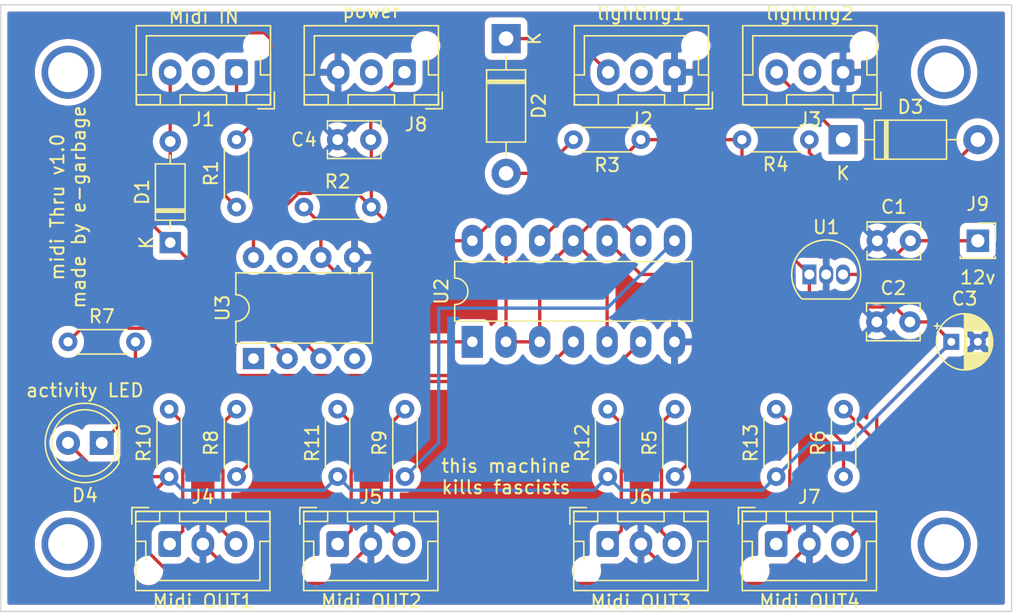
<source format=kicad_pcb>
(kicad_pcb (version 20211014) (generator pcbnew)
  (layers (0 "F.Cu" signal) (31 "B.Cu" signal) (34 "B.Paste" user) (35 "F.Paste" user) (36 "B.SilkS" user "B.Silkscreen") (37 "F.SilkS" user "F.Silkscreen") (38 "B.Mask" user) (39 "F.Mask" user) (44 "Edge.Cuts" user))
  (net 0 "")
  (net 1 "+12V")
  (net 2 "+5V")
  (net 3 "Net-(D1-Pad1)")
  (net 4 "Net-(D1-Pad2)")
  (net 5 "Net-(D2-Pad1)")
  (net 6 "Net-(D2-Pad2)")
  (net 7 "Net-(D3-Pad1)")
  (net 8 "Net-(D3-Pad2)")
  (net 9 "Net-(D4-Pad1)")
  (net 10 "Net-(J1-Pad1)")
  (net 14 "Net-(J4-Pad1)")
  (net 15 "Net-(J4-Pad3)")
  (net 16 "Net-(J5-Pad1)")
  (net 17 "Net-(J5-Pad3)")
  (net 18 "Net-(J6-Pad1)")
  (net 19 "Net-(J6-Pad3)")
  (net 20 "Net-(J7-Pad1)")
  (net 21 "Net-(J7-Pad3)")
  (net 22 "Net-(R2-Pad1)")
  (net 23 "Net-(R5-Pad1)")
  (net 24 "Net-(R6-Pad1)")
  (net 25 "Net-(R7-Pad1)")
  (net 26 "Net-(R8-Pad1)")
  (net 27 "Net-(R9-Pad1)")
  (net 28 "Net-(U2-Pad11)")
  (net 32 "GND")
  (footprint "Connector_JST:JST_XH_B3B-XH-AM_1x03_P2.50mm_Vertical" (layer "F.Cu") (at 208.24 78.74 180)
    (fp_text reference "J8" (at -0.869576 -3.935047) (layer "F.SilkS"))
    (fp_text value "power" (at 2.5 4.6) (layer "F.SilkS"))
    (pad "" np_thru_hole circle (at -1.6 2 180) (size 1.2 1.2) (drill 1.2) (layers *.Cu *.Mask))
    (pad "1" thru_hole roundrect (at 0 0 180) (size 1.7 1.95) (drill 0.95) (layers *.Cu *.Mask) (roundrect_rratio 0.147059) (net 2 "+5V"))
    (pad "2" thru_hole oval (at 2.5 0 180) (size 1.7 1.95) (drill 0.95) (layers *.Cu *.Mask))
    (pad "3" thru_hole oval (at 5 0 180) (size 1.7 1.95) (drill 0.95) (layers *.Cu *.Mask) (net 32 "GND"))
  )
  (footprint "Resistor_THT:R_Axial_DIN0204_L3.6mm_D1.6mm_P5.08mm_Horizontal" (layer "F.Cu") (at 182.88 99.06)
    (fp_text reference "R7" (at 2.54 -1.92) (layer "F.SilkS"))
    (fp_text value "220")
    (pad "1" thru_hole circle (at 0 0) (size 1.4 1.4) (drill 0.7) (layers *.Cu *.Mask) (net 25 "Net-(R7-Pad1)"))
    (pad "2" thru_hole oval (at 5.08 0) (size 1.4 1.4) (drill 0.7) (layers *.Cu *.Mask) (net 9 "Net-(D4-Pad1)"))
  )
  (footprint "LED_THT:LED_D5.0mm" (layer "F.Cu") (at 185.42 106.68 180)
    (fp_text reference "D4" (at 1.27 -3.96) (layer "F.SilkS"))
    (fp_text value "activity LED" (at 1.27 3.96) (layer "F.SilkS"))
    (pad "1" thru_hole rect (at 0 0 180) (size 1.8 1.8) (drill 0.9) (layers *.Cu *.Mask) (net 9 "Net-(D4-Pad1)"))
    (pad "2" thru_hole circle (at 2.54 0 180) (size 1.8 1.8) (drill 0.9) (layers *.Cu *.Mask) (net 2 "+5V"))
  )
  (footprint "Connector_JST:JST_XH_B3B-XH-AM_1x03_P2.50mm_Vertical" (layer "F.Cu") (at 195.58 78.74 180)
    (fp_text reference "J1" (at 2.5 -3.55) (layer "F.SilkS"))
    (fp_text value "Midi IN" (at 2.469611 4.178398) (layer "F.SilkS"))
    (pad "" np_thru_hole circle (at -1.6 2 180) (size 1.2 1.2) (drill 1.2) (layers *.Cu *.Mask))
    (pad "1" thru_hole roundrect (at 0 0 180) (size 1.7 1.95) (drill 0.95) (layers *.Cu *.Mask) (roundrect_rratio 0.147059) (net 10 "Net-(J1-Pad1)"))
    (pad "2" thru_hole oval (at 2.5 0 180) (size 1.7 1.95) (drill 0.95) (layers *.Cu *.Mask))
    (pad "3" thru_hole oval (at 5 0 180) (size 1.7 1.95) (drill 0.95) (layers *.Cu *.Mask) (net 4 "Net-(D1-Pad2)"))
  )
  (footprint "Resistor_THT:R_Axial_DIN0204_L3.6mm_D1.6mm_P5.08mm_Horizontal" (layer "F.Cu") (at 190.5 109.22 90)
    (fp_text reference "R10" (at 2.54 -1.92 90) (layer "F.SilkS"))
    (fp_text value "220")
    (pad "1" thru_hole circle (at 0 0 90) (size 1.4 1.4) (drill 0.7) (layers *.Cu *.Mask) (net 2 "+5V"))
    (pad "2" thru_hole oval (at 5.08 0 90) (size 1.4 1.4) (drill 0.7) (layers *.Cu *.Mask) (net 14 "Net-(J4-Pad1)"))
  )
  (footprint "Connector_JST:JST_XH_B3B-XH-AM_1x03_P2.50mm_Vertical" (layer "F.Cu") (at 228.6 78.74 180)
    (fp_text reference "J2" (at 2.5 -3.55) (layer "F.SilkS"))
    (fp_text value "lighting1" (at 2.548645 4.456403) (layer "F.SilkS"))
    (pad "" np_thru_hole circle (at -1.6 2 180) (size 1.2 1.2) (drill 1.2) (layers *.Cu *.Mask))
    (pad "1" thru_hole roundrect (at 0 0 180) (size 1.7 1.95) (drill 0.95) (layers *.Cu *.Mask) (roundrect_rratio 0.147059) (net 32 "GND"))
    (pad "2" thru_hole oval (at 2.5 0 180) (size 1.7 1.95) (drill 0.95) (layers *.Cu *.Mask))
    (pad "3" thru_hole oval (at 5 0 180) (size 1.7 1.95) (drill 0.95) (layers *.Cu *.Mask) (net 5 "Net-(D2-Pad1)"))
  )
  (footprint "Diode_THT:D_DO-41_SOD81_P10.16mm_Horizontal" (layer "F.Cu") (at 215.9 76.2 -90)
    (fp_text reference "D2" (at 5.08 -2.47 90) (layer "F.SilkS"))
    (fp_text value "1N4004")
    (fp_text user "K" (at 0 -2.1 90) (layer "F.SilkS"))
    (pad "1" thru_hole rect (at 0 0 270) (size 2.2 2.2) (drill 1.1) (layers *.Cu *.Mask) (net 5 "Net-(D2-Pad1)"))
    (pad "2" thru_hole oval (at 10.16 0 270) (size 2.2 2.2) (drill 1.1) (layers *.Cu *.Mask) (net 6 "Net-(D2-Pad2)"))
  )
  (footprint "Capacitor_THT:CP_Radial_D4.0mm_P2.00mm" (layer "F.Cu") (at 249.46 99.06)
    (fp_text reference "C3" (at 1 -3.25) (layer "F.SilkS"))
    (fp_text value "C_Polarized")
    (pad "1" thru_hole rect (at 0 0) (size 1.2 1.2) (drill 0.6) (layers *.Cu *.Mask) (net 2 "+5V"))
    (pad "2" thru_hole circle (at 2 0) (size 1.2 1.2) (drill 0.6) (layers *.Cu *.Mask) (net 32 "GND"))
  )
  (footprint "Capacitor_THT:C_Disc_D3.8mm_W2.6mm_P2.50mm" (layer "F.Cu") (at 203.2 83.82)
    (fp_text reference "C4" (at -2.54 0) (layer "F.SilkS"))
    (fp_text value "100n")
    (pad "1" thru_hole circle (at 0 0) (size 1.6 1.6) (drill 0.8) (layers *.Cu *.Mask) (net 32 "GND"))
    (pad "2" thru_hole circle (at 2.5 0) (size 1.6 1.6) (drill 0.8) (layers *.Cu *.Mask) (net 2 "+5V"))
  )
  (footprint "Resistor_THT:R_Axial_DIN0204_L3.6mm_D1.6mm_P5.08mm_Horizontal" (layer "F.Cu") (at 241.34 109.22 90)
    (fp_text reference "R6" (at 2.54 -1.92 90) (layer "F.SilkS"))
    (fp_text value "220")
    (pad "1" thru_hole circle (at 0 0 90) (size 1.4 1.4) (drill 0.7) (layers *.Cu *.Mask) (net 24 "Net-(R6-Pad1)"))
    (pad "2" thru_hole oval (at 5.08 0 90) (size 1.4 1.4) (drill 0.7) (layers *.Cu *.Mask) (net 21 "Net-(J7-Pad3)"))
  )
  (footprint "Diode_THT:D_DO-41_SOD81_P10.16mm_Horizontal" (layer "F.Cu") (at 241.3 83.82)
    (fp_text reference "D3" (at 5.08 -2.47) (layer "F.SilkS"))
    (fp_text value "1N4004")
    (fp_text user "K" (at 0 2.54) (layer "F.SilkS"))
    (pad "1" thru_hole rect (at 0 0) (size 2.2 2.2) (drill 1.1) (layers *.Cu *.Mask) (net 7 "Net-(D3-Pad1)"))
    (pad "2" thru_hole oval (at 10.16 0) (size 2.2 2.2) (drill 1.1) (layers *.Cu *.Mask) (net 8 "Net-(D3-Pad2)"))
  )
  (footprint "Resistor_THT:R_Axial_DIN0204_L3.6mm_D1.6mm_P5.08mm_Horizontal" (layer "F.Cu") (at 228.64 109.22 90)
    (fp_text reference "R5" (at 2.54 -1.92 90) (layer "F.SilkS"))
    (fp_text value "220")
    (pad "1" thru_hole circle (at 0 0 90) (size 1.4 1.4) (drill 0.7) (layers *.Cu *.Mask) (net 23 "Net-(R5-Pad1)"))
    (pad "2" thru_hole oval (at 5.08 0 90) (size 1.4 1.4) (drill 0.7) (layers *.Cu *.Mask) (net 19 "Net-(J6-Pad3)"))
  )
  (footprint "Capacitor_THT:C_Disc_D3.8mm_W2.6mm_P2.50mm" (layer "F.Cu") (at 243.84 97.56)
    (fp_text reference "C2" (at 1.25 -2.55) (layer "F.SilkS"))
    (fp_text value "100n")
    (pad "1" thru_hole circle (at 0 0) (size 1.6 1.6) (drill 0.8) (layers *.Cu *.Mask) (net 32 "GND"))
    (pad "2" thru_hole circle (at 2.5 0) (size 1.6 1.6) (drill 0.8) (layers *.Cu *.Mask) (net 2 "+5V"))
  )
  (footprint "Resistor_THT:R_Axial_DIN0204_L3.6mm_D1.6mm_P5.08mm_Horizontal" (layer "F.Cu") (at 226.06 83.82 180)
    (fp_text reference "R3" (at 2.54 -1.92) (layer "F.SilkS"))
    (fp_text value "220")
    (pad "1" thru_hole circle (at 0 0 180) (size 1.4 1.4) (drill 0.7) (layers *.Cu *.Mask) (net 2 "+5V"))
    (pad "2" thru_hole oval (at 5.08 0 180) (size 1.4 1.4) (drill 0.7) (layers *.Cu *.Mask) (net 6 "Net-(D2-Pad2)"))
  )
  (footprint "Resistor_THT:R_Axial_DIN0204_L3.6mm_D1.6mm_P5.08mm_Horizontal" (layer "F.Cu") (at 233.68 83.82)
    (fp_text reference "R4" (at 2.54 1.870652) (layer "F.SilkS"))
    (fp_text value "220")
    (pad "1" thru_hole circle (at 0 0) (size 1.4 1.4) (drill 0.7) (layers *.Cu *.Mask) (net 2 "+5V"))
    (pad "2" thru_hole oval (at 5.08 0) (size 1.4 1.4) (drill 0.7) (layers *.Cu *.Mask) (net 8 "Net-(D3-Pad2)"))
  )
  (footprint "Package_TO_SOT_THT:TO-92_Inline" (layer "F.Cu") (at 238.76 93.98)
    (fp_text reference "U1" (at 1.27 -3.56) (layer "F.SilkS"))
    (fp_text value "L78L05_TO92")
    (pad "1" thru_hole rect (at 0 0) (size 1.05 1.5) (drill 0.75) (layers *.Cu *.Mask) (net 2 "+5V"))
    (pad "2" thru_hole oval (at 1.27 0) (size 1.05 1.5) (drill 0.75) (layers *.Cu *.Mask) (net 32 "GND"))
    (pad "3" thru_hole oval (at 2.54 0) (size 1.05 1.5) (drill 0.75) (layers *.Cu *.Mask) (net 1 "+12V"))
  )
  (footprint "Connector_JST:JST_XH_B3B-XH-AM_1x03_P2.50mm_Vertical" (layer "F.Cu") (at 223.56 114.3)
    (fp_text reference "J6" (at 2.5 -3.55) (layer "F.SilkS"))
    (fp_text value "Midi OUT3" (at 2.493839 4.347202) (layer "F.SilkS"))
    (pad "" np_thru_hole circle (at -1.6 2) (size 1.2 1.2) (drill 1.2) (layers *.Cu *.Mask))
    (pad "1" thru_hole roundrect (at 0 0) (size 1.7 1.95) (drill 0.95) (layers *.Cu *.Mask) (roundrect_rratio 0.147059) (net 18 "Net-(J6-Pad1)"))
    (pad "2" thru_hole oval (at 2.5 0) (size 1.7 1.95) (drill 0.95) (layers *.Cu *.Mask) (net 32 "GND"))
    (pad "3" thru_hole oval (at 5 0) (size 1.7 1.95) (drill 0.95) (layers *.Cu *.Mask) (net 19 "Net-(J6-Pad3)"))
  )
  (footprint "Connector_PinSocket_2.54mm:PinSocket_1x01_P2.54mm_Vertical" (layer "F.Cu") (at 251.46 91.44)
    (fp_text reference "J9" (at 0 -2.77) (layer "F.SilkS"))
    (fp_text value "12v" (at 0 2.77) (layer "F.SilkS"))
    (pad "1" thru_hole rect (at 0 0) (size 1.7 1.7) (drill 1) (layers *.Cu *.Mask) (net 1 "+12V"))
  )
  (footprint "Resistor_THT:R_Axial_DIN0204_L3.6mm_D1.6mm_P5.08mm_Horizontal" (layer "F.Cu") (at 208.28 109.22 90)
    (fp_text reference "R9" (at 2.54 -1.92 90) (layer "F.SilkS"))
    (fp_text value "220")
    (pad "1" thru_hole circle (at 0 0 90) (size 1.4 1.4) (drill 0.7) (layers *.Cu *.Mask) (net 27 "Net-(R9-Pad1)"))
    (pad "2" thru_hole oval (at 5.08 0 90) (size 1.4 1.4) (drill 0.7) (layers *.Cu *.Mask) (net 17 "Net-(J5-Pad3)"))
  )
  (footprint "Resistor_THT:R_Axial_DIN0204_L3.6mm_D1.6mm_P5.08mm_Horizontal" (layer "F.Cu") (at 223.56 109.22 90)
    (fp_text reference "R12" (at 2.54 -1.92 90) (layer "F.SilkS"))
    (fp_text value "220")
    (pad "1" thru_hole circle (at 0 0 90) (size 1.4 1.4) (drill 0.7) (layers *.Cu *.Mask) (net 2 "+5V"))
    (pad "2" thru_hole oval (at 5.08 0 90) (size 1.4 1.4) (drill 0.7) (layers *.Cu *.Mask) (net 18 "Net-(J6-Pad1)"))
  )
  (footprint "Connector_JST:JST_XH_B3B-XH-AM_1x03_P2.50mm_Vertical" (layer "F.Cu") (at 203.2 114.3)
    (fp_text reference "J5" (at 2.5 -3.55) (layer "F.SilkS"))
    (fp_text value "Midi OUT2" (at 2.544771 4.313618) (layer "F.SilkS"))
    (pad "" np_thru_hole circle (at -1.6 2) (size 1.2 1.2) (drill 1.2) (layers *.Cu *.Mask))
    (pad "1" thru_hole roundrect (at 0 0) (size 1.7 1.95) (drill 0.95) (layers *.Cu *.Mask) (roundrect_rratio 0.147059) (net 16 "Net-(J5-Pad1)"))
    (pad "2" thru_hole oval (at 2.5 0) (size 1.7 1.95) (drill 0.95) (layers *.Cu *.Mask) (net 32 "GND"))
    (pad "3" thru_hole oval (at 5 0) (size 1.7 1.95) (drill 0.95) (layers *.Cu *.Mask) (net 17 "Net-(J5-Pad3)"))
  )
  (footprint "Resistor_THT:R_Axial_DIN0204_L3.6mm_D1.6mm_P5.08mm_Horizontal" (layer "F.Cu") (at 236.26 109.22 90)
    (fp_text reference "R13" (at 2.54 -1.92 90) (layer "F.SilkS"))
    (fp_text value "220")
    (pad "1" thru_hole circle (at 0 0 90) (size 1.4 1.4) (drill 0.7) (layers *.Cu *.Mask) (net 2 "+5V"))
    (pad "2" thru_hole oval (at 5.08 0 90) (size 1.4 1.4) (drill 0.7) (layers *.Cu *.Mask) (net 20 "Net-(J7-Pad1)"))
  )
  (footprint "Connector_JST:JST_XH_B3B-XH-AM_1x03_P2.50mm_Vertical" (layer "F.Cu") (at 236.26 114.3)
    (fp_text reference "J7" (at 2.5 -3.55) (layer "F.SilkS"))
    (fp_text value "Midi OUT4" (at 2.512223 4.322361) (layer "F.SilkS"))
    (pad "" np_thru_hole circle (at -1.6 2) (size 1.2 1.2) (drill 1.2) (layers *.Cu *.Mask))
    (pad "1" thru_hole roundrect (at 0 0) (size 1.7 1.95) (drill 0.95) (layers *.Cu *.Mask) (roundrect_rratio 0.147059) (net 20 "Net-(J7-Pad1)"))
    (pad "2" thru_hole oval (at 2.5 0) (size 1.7 1.95) (drill 0.95) (layers *.Cu *.Mask) (net 32 "GND"))
    (pad "3" thru_hole oval (at 5 0) (size 1.7 1.95) (drill 0.95) (layers *.Cu *.Mask) (net 21 "Net-(J7-Pad3)"))
  )
  (footprint "Resistor_THT:R_Axial_DIN0204_L3.6mm_D1.6mm_P5.08mm_Horizontal" (layer "F.Cu") (at 195.58 109.22 90)
    (fp_text reference "R8" (at 2.54 -1.92 90) (layer "F.SilkS"))
    (fp_text value "220")
    (pad "1" thru_hole circle (at 0 0 90) (size 1.4 1.4) (drill 0.7) (layers *.Cu *.Mask) (net 26 "Net-(R8-Pad1)"))
    (pad "2" thru_hole oval (at 5.08 0 90) (size 1.4 1.4) (drill 0.7) (layers *.Cu *.Mask) (net 15 "Net-(J4-Pad3)"))
  )
  (footprint "Package_DIP:DIP-8_W7.62mm" (layer "F.Cu") (at 196.86 100.32 90)
    (fp_text reference "U3" (at 3.81 -2.33 90) (layer "F.SilkS"))
    (fp_text value "6N137")
    (pad "1" thru_hole rect (at 0 0 90) (size 1.6 1.6) (drill 0.8) (layers *.Cu *.Mask))
    (pad "2" thru_hole oval (at 0 2.54 90) (size 1.6 1.6) (drill 0.8) (layers *.Cu *.Mask) (net 3 "Net-(D1-Pad1)"))
    (pad "3" thru_hole oval (at 0 5.08 90) (size 1.6 1.6) (drill 0.8) (layers *.Cu *.Mask) (net 4 "Net-(D1-Pad2)"))
    (pad "4" thru_hole oval (at 0 7.62 90) (size 1.6 1.6) (drill 0.8) (layers *.Cu *.Mask))
    (pad "5" thru_hole oval (at 7.62 7.62 90) (size 1.6 1.6) (drill 0.8) (layers *.Cu *.Mask) (net 32 "GND"))
    (pad "6" thru_hole oval (at 7.62 5.08 90) (size 1.6 1.6) (drill 0.8) (layers *.Cu *.Mask) (net 22 "Net-(R2-Pad1)"))
    (pad "7" thru_hole oval (at 7.62 2.54 90) (size 1.6 1.6) (drill 0.8) (layers *.Cu *.Mask))
    (pad "8" thru_hole oval (at 7.62 0 90) (size 1.6 1.6) (drill 0.8) (layers *.Cu *.Mask) (net 2 "+5V"))
  )
  (footprint "Resistor_THT:R_Axial_DIN0204_L3.6mm_D1.6mm_P5.08mm_Horizontal" (layer "F.Cu") (at 200.66 88.9)
    (fp_text reference "R2" (at 2.54 -1.92) (layer "F.SilkS"))
    (fp_text value "820")
    (pad "1" thru_hole circle (at 0 0) (size 1.4 1.4) (drill 0.7) (layers *.Cu *.Mask) (net 22 "Net-(R2-Pad1)"))
    (pad "2" thru_hole oval (at 5.08 0) (size 1.4 1.4) (drill 0.7) (layers *.Cu *.Mask) (net 2 "+5V"))
  )
  (footprint "Connector_JST:JST_XH_B3B-XH-AM_1x03_P2.50mm_Vertical" (layer "F.Cu") (at 190.54 114.3)
    (fp_text reference "J4" (at 2.5 -3.55) (layer "F.SilkS"))
    (fp_text value "Midi OUT1" (at 2.506259 4.313618) (layer "F.SilkS"))
    (pad "" np_thru_hole circle (at -1.6 2) (size 1.2 1.2) (drill 1.2) (layers *.Cu *.Mask))
    (pad "1" thru_hole roundrect (at 0 0) (size 1.7 1.95) (drill 0.95) (layers *.Cu *.Mask) (roundrect_rratio 0.147059) (net 14 "Net-(J4-Pad1)"))
    (pad "2" thru_hole oval (at 2.5 0) (size 1.7 1.95) (drill 0.95) (layers *.Cu *.Mask) (net 32 "GND"))
    (pad "3" thru_hole oval (at 5 0) (size 1.7 1.95) (drill 0.95) (layers *.Cu *.Mask) (net 15 "Net-(J4-Pad3)"))
  )
  (footprint "Package_DIP:DIP-14_W7.62mm_LongPads" (layer "F.Cu") (at 213.355 99.06 90)
    (fp_text reference "U2" (at 3.81 -2.33 90) (layer "F.SilkS"))
    (fp_text value "74HC14")
    (pad "1" thru_hole rect (at 0 0 90) (size 2.4 1.6) (drill 0.8) (layers *.Cu *.Mask) (net 22 "Net-(R2-Pad1)"))
    (pad "2" thru_hole oval (at 0 2.54 90) (size 2.4 1.6) (drill 0.8) (layers *.Cu *.Mask) (net 28 "Net-(U2-Pad11)"))
    (pad "3" thru_hole oval (at 0 5.08 90) (size 2.4 1.6) (drill 0.8) (layers *.Cu *.Mask) (net 28 "Net-(U2-Pad11)"))
    (pad "4" thru_hole oval (at 0 7.62 90) (size 2.4 1.6) (drill 0.8) (layers *.Cu *.Mask) (net 25 "Net-(R7-Pad1)"))
    (pad "5" thru_hole oval (at 0 10.16 90) (size 2.4 1.6) (drill 0.8) (layers *.Cu *.Mask) (net 28 "Net-(U2-Pad11)"))
    (pad "6" thru_hole oval (at 0 12.7 90) (size 2.4 1.6) (drill 0.8) (layers *.Cu *.Mask) (net 26 "Net-(R8-Pad1)"))
    (pad "7" thru_hole oval (at 0 15.24 90) (size 2.4 1.6) (drill 0.8) (layers *.Cu *.Mask) (net 32 "GND"))
    (pad "8" thru_hole oval (at 7.62 15.24 90) (size 2.4 1.6) (drill 0.8) (layers *.Cu *.Mask) (net 27 "Net-(R9-Pad1)"))
    (pad "9" thru_hole oval (at 7.62 12.7 90) (size 2.4 1.6) (drill 0.8) (layers *.Cu *.Mask) (net 28 "Net-(U2-Pad11)"))
    (pad "10" thru_hole oval (at 7.62 10.16 90) (size 2.4 1.6) (drill 0.8) (layers *.Cu *.Mask) (net 23 "Net-(R5-Pad1)"))
    (pad "11" thru_hole oval (at 7.62 7.62 90) (size 2.4 1.6) (drill 0.8) (layers *.Cu *.Mask) (net 28 "Net-(U2-Pad11)"))
    (pad "12" thru_hole oval (at 7.62 5.08 90) (size 2.4 1.6) (drill 0.8) (layers *.Cu *.Mask) (net 24 "Net-(R6-Pad1)"))
    (pad "13" thru_hole oval (at 7.62 2.54 90) (size 2.4 1.6) (drill 0.8) (layers *.Cu *.Mask) (net 28 "Net-(U2-Pad11)"))
    (pad "14" thru_hole oval (at 7.62 0 90) (size 2.4 1.6) (drill 0.8) (layers *.Cu *.Mask) (net 2 "+5V"))
  )
  (footprint "Capacitor_THT:C_Disc_D3.8mm_W2.6mm_P2.50mm" (layer "F.Cu") (at 243.88 91.44)
    (fp_text reference "C1" (at 1.25 -2.55) (layer "F.SilkS"))
    (fp_text value "100n")
    (pad "1" thru_hole circle (at 0 0) (size 1.6 1.6) (drill 0.8) (layers *.Cu *.Mask) (net 32 "GND"))
    (pad "2" thru_hole circle (at 2.5 0) (size 1.6 1.6) (drill 0.8) (layers *.Cu *.Mask) (net 1 "+12V"))
  )
  (footprint "Resistor_THT:R_Axial_DIN0204_L3.6mm_D1.6mm_P5.08mm_Horizontal" (layer "F.Cu") (at 203.2 109.22 90)
    (fp_text reference "R11" (at 2.54 -1.92 90) (layer "F.SilkS"))
    (fp_text value "220")
    (pad "1" thru_hole circle (at 0 0 90) (size 1.4 1.4) (drill 0.7) (layers *.Cu *.Mask) (net 2 "+5V"))
    (pad "2" thru_hole oval (at 5.08 0 90) (size 1.4 1.4) (drill 0.7) (layers *.Cu *.Mask) (net 16 "Net-(J5-Pad1)"))
  )
  (footprint "Connector_JST:JST_XH_B3B-XH-AM_1x03_P2.50mm_Vertical" (layer "F.Cu") (at 241.3 78.74 180)
    (fp_text reference "J3" (at 2.5 -3.55) (layer "F.SilkS"))
    (fp_text value "lighting2" (at 2.505421 4.441499) (layer "F.SilkS"))
    (pad "" np_thru_hole circle (at -1.6 2 180) (size 1.2 1.2) (drill 1.2) (layers *.Cu *.Mask))
    (pad "1" thru_hole roundrect (at 0 0 180) (size 1.7 1.95) (drill 0.95) (layers *.Cu *.Mask) (roundrect_rratio 0.147059) (net 32 "GND"))
    (pad "2" thru_hole oval (at 2.5 0 180) (size 1.7 1.95) (drill 0.95) (layers *.Cu *.Mask))
    (pad "3" thru_hole oval (at 5 0 180) (size 1.7 1.95) (drill 0.95) (layers *.Cu *.Mask) (net 7 "Net-(D3-Pad1)"))
  )
  (footprint "Resistor_THT:R_Axial_DIN0204_L3.6mm_D1.6mm_P5.08mm_Horizontal" (layer "F.Cu") (at 195.58 88.9 90)
    (fp_text reference "R1" (at 2.54 -1.92 90) (layer "F.SilkS"))
    (fp_text value "220")
    (pad "1" thru_hole circle (at 0 0 90) (size 1.4 1.4) (drill 0.7) (layers *.Cu *.Mask) (net 10 "Net-(J1-Pad1)"))
    (pad "2" thru_hole oval (at 5.08 0 90) (size 1.4 1.4) (drill 0.7) (layers *.Cu *.Mask) (net 3 "Net-(D1-Pad1)"))
  )
  (footprint "Diode_THT:D_DO-35_SOD27_P7.62mm_Horizontal" (layer "F.Cu") (at 190.582825 91.578036 90)
    (fp_text reference "D1" (at 3.81 -2.12 90) (layer "F.SilkS"))
    (fp_text value "1N4148")
    (fp_text user "K" (at 0 -1.8 90) (layer "F.SilkS"))
    (pad "1" thru_hole rect (at 0 0 90) (size 1.6 1.6) (drill 0.8) (layers *.Cu *.Mask) (net 3 "Net-(D1-Pad1)"))
    (pad "2" thru_hole oval (at 7.62 0 90) (size 1.6 1.6) (drill 0.8) (layers *.Cu *.Mask) (net 4 "Net-(D1-Pad2)"))
  )
  (gr_rect (start 177.8 73.66) (end 254 119.38) (layer "Edge.Cuts") (width 0.1) (fill none))
  (gr_text "this machine\nkills fascists" (at 215.9 109.22) (layer "F.SilkS") (effects (font (size 1 1))))
  (gr_text "midi Thru v1.0\nmade by e-garbage" (at 182.88 88.9 90) (layer "F.SilkS") (effects (font (size 1 1))))
  (via (at 248.92 78.74) (size 4) (drill 3) (layers "F.Cu" "B.Cu") (net 0))
  (via (at 248.92 114.3) (size 4) (drill 3) (layers "F.Cu" "B.Cu") (net 0))
  (via (at 182.88 114.3) (size 4) (drill 3) (layers "F.Cu" "B.Cu") (net 0))
  (via (at 182.88 78.74) (size 4) (drill 3) (layers "F.Cu" "B.Cu") (net 0))
  (segment (start 246.38 91.44) (end 243.84 93.98) (width 0.25) (layer "F.Cu") (net 1))
  (segment (start 251.46 91.44) (end 246.38 91.44) (width 0.25) (layer "F.Cu") (net 1))
  (segment (start 243.84 93.98) (end 241.3 93.98) (width 0.25) (layer "F.Cu") (net 1))
  (segment (start 185.42 109.22) (end 182.88 106.68) (width 0.25) (layer "F.Cu") (net 2))
  (segment (start 205.74 88.9) (end 205.74 83.86) (width 0.25) (layer "F.Cu") (net 2))
  (segment (start 208.28 91.44) (end 213.355 91.44) (width 0.25) (layer "F.Cu") (net 2))
  (segment (start 204.715 87.875) (end 205.74 88.9) (width 0.25) (layer "F.Cu") (net 2))
  (segment (start 190.5 109.22) (end 185.42 109.22) (width 0.25) (layer "F.Cu") (net 2))
  (segment (start 233.68 83.82) (end 233.68 88.9) (width 0.25) (layer "F.Cu") (net 2))
  (segment (start 196.86 91.250431) (end 200.235431 87.875) (width 0.25) (layer "F.Cu") (net 2))
  (segment (start 233.68 88.9) (end 238.76 93.98) (width 0.25) (layer "F.Cu") (net 2))
  (segment (start 243.84 116.84) (end 242.954999 117.725001) (width 0.25) (layer "F.Cu") (net 2))
  (segment (start 213.355 91.44) (end 213.36 91.44) (width 0.25) (layer "F.Cu") (net 2))
  (segment (start 205.7 81.28) (end 205.7 83.82) (width 0.25) (layer "F.Cu") (net 2))
  (segment (start 215.9 88.9) (end 220.98 88.9) (width 0.25) (layer "F.Cu") (net 2))
  (segment (start 249.46 99.06) (end 243.84 104.68) (width 0.25) (layer "F.Cu") (net 2))
  (segment (start 200.235431 87.875) (end 204.715 87.875) (width 0.25) (layer "F.Cu") (net 2))
  (segment (start 247.96 97.56) (end 249.46 99.06) (width 0.25) (layer "F.Cu") (net 2))
  (segment (start 205.74 83.86) (end 205.7 83.82) (width 0.25) (layer "F.Cu") (net 2))
  (segment (start 196.86 92.7) (end 196.86 91.250431) (width 0.25) (layer "F.Cu") (net 2))
  (segment (start 205.74 88.9) (end 208.28 91.44) (width 0.25) (layer "F.Cu") (net 2))
  (segment (start 245.215 96.435) (end 238.845 96.435) (width 0.25) (layer "F.Cu") (net 2))
  (segment (start 243.84 104.68) (end 243.84 116.84) (width 0.25) (layer "F.Cu") (net 2))
  (segment (start 191.743861 117.725001) (end 187.96 113.94114) (width 0.25) (layer "F.Cu") (net 2))
  (segment (start 238.845 96.435) (end 238.76 96.35) (width 0.25) (layer "F.Cu") (net 2))
  (segment (start 246.34 97.56) (end 247.96 97.56) (width 0.25) (layer "F.Cu") (net 2))
  (segment (start 208.24 78.74) (end 205.7 81.28) (width 0.25) (layer "F.Cu") (net 2))
  (segment (start 187.96 113.94114) (end 187.96 111.76) (width 0.25) (layer "F.Cu") (net 2))
  (segment (start 233.68 83.82) (end 226.06 83.82) (width 0.25) (layer "F.Cu") (net 2))
  (segment (start 220.98 88.9) (end 226.06 83.82) (width 0.25) (layer "F.Cu") (net 2))
  (segment (start 187.96 111.76) (end 190.5 109.22) (width 0.25) (layer "F.Cu") (net 2))
  (segment (start 213.36 91.44) (end 215.9 88.9) (width 0.25) (layer "F.Cu") (net 2))
  (segment (start 242.954999 117.725001) (end 191.743861 117.725001) (width 0.25) (layer "F.Cu") (net 2))
  (segment (start 238.76 96.35) (end 238.76 93.98) (width 0.25) (layer "F.Cu") (net 2))
  (segment (start 246.34 97.56) (end 245.215 96.435) (width 0.25) (layer "F.Cu") (net 2))
  (segment (start 203.2 109.22) (end 204.225 110.245) (width 0.25) (layer "B.Cu") (net 2))
  (segment (start 191.525 110.245) (end 202.175 110.245) (width 0.25) (layer "B.Cu") (net 2))
  (segment (start 235.235 110.245) (end 236.26 109.22) (width 0.25) (layer "B.Cu") (net 2))
  (segment (start 236.26 109.22) (end 238.8 106.68) (width 0.25) (layer "B.Cu") (net 2))
  (segment (start 224.585 110.245) (end 235.235 110.245) (width 0.25) (layer "B.Cu") (net 2))
  (segment (start 223.56 109.22) (end 224.585 110.245) (width 0.25) (layer "B.Cu") (net 2))
  (segment (start 204.225 110.245) (end 222.535 110.245) (width 0.25) (layer "B.Cu") (net 2))
  (segment (start 238.8 106.68) (end 241.84 106.68) (width 0.25) (layer "B.Cu") (net 2))
  (segment (start 202.175 110.245) (end 203.2 109.22) (width 0.25) (layer "B.Cu") (net 2))
  (segment (start 222.535 110.245) (end 223.56 109.22) (width 0.25) (layer "B.Cu") (net 2))
  (segment (start 190.5 109.22) (end 191.525 110.245) (width 0.25) (layer "B.Cu") (net 2))
  (segment (start 241.84 106.68) (end 249.46 99.06) (width 0.25) (layer "B.Cu") (net 2))
  (segment (start 198.155001 81.244999) (end 195.58 83.82) (width 0.25) (layer "F.Cu") (net 3))
  (segment (start 187.96 88.955211) (end 187.96 78.74) (width 0.25) (layer "F.Cu") (net 3))
  (segment (start 197.684999 75.764999) (end 198.12 76.2) (width 0.25) (layer "F.Cu") (net 3))
  (segment (start 190.658036 91.578036) (end 199.4 100.32) (width 0.25) (layer "F.Cu") (net 3))
  (segment (start 190.935001 75.764999) (end 197.684999 75.764999) (width 0.25) (layer "F.Cu") (net 3))
  (segment (start 198.155001 76.235001) (end 198.155001 81.244999) (width 0.25) (layer "F.Cu") (net 3))
  (segment (start 190.582825 91.578036) (end 187.96 88.955211) (width 0.25) (layer "F.Cu") (net 3))
  (segment (start 198.12 76.2) (end 198.155001 76.235001) (width 0.25) (layer "F.Cu") (net 3))
  (segment (start 187.96 78.74) (end 190.935001 75.764999) (width 0.25) (layer "F.Cu") (net 3))
  (segment (start 190.582825 91.578036) (end 190.658036 91.578036) (width 0.25) (layer "F.Cu") (net 3))
  (segment (start 190.582825 88.962825) (end 201.94 100.32) (width 0.25) (layer "F.Cu") (net 4))
  (segment (start 190.58 78.74) (end 190.58 83.955211) (width 0.25) (layer "F.Cu") (net 4))
  (segment (start 190.58 83.955211) (end 190.582825 83.958036) (width 0.25) (layer "F.Cu") (net 4))
  (segment (start 190.582825 83.958036) (end 190.582825 88.962825) (width 0.25) (layer "F.Cu") (net 4))
  (segment (start 215.9 76.2) (end 221.06 76.2) (width 0.25) (layer "F.Cu") (net 5))
  (segment (start 221.06 76.2) (end 223.6 78.74) (width 0.25) (layer "F.Cu") (net 5))
  (segment (start 218.44 86.36) (end 215.9 86.36) (width 0.25) (layer "F.Cu") (net 6))
  (segment (start 220.98 83.82) (end 218.44 86.36) (width 0.25) (layer "F.Cu") (net 6))
  (segment (start 241.3 83.82) (end 236.3 78.82) (width 0.25) (layer "F.Cu") (net 7))
  (segment (start 236.3 78.82) (end 236.3 78.74) (width 0.25) (layer "F.Cu") (net 7))
  (segment (start 248.92 86.36) (end 251.46 83.82) (width 0.25) (layer "F.Cu") (net 8))
  (segment (start 240.310051 86.36) (end 248.92 86.36) (width 0.25) (layer "F.Cu") (net 8))
  (segment (start 238.76 84.809949) (end 240.310051 86.36) (width 0.25) (layer "F.Cu") (net 8))
  (segment (start 238.76 83.82) (end 238.76 84.809949) (width 0.25) (layer "F.Cu") (net 8))
  (segment (start 187.96 99.06) (end 187.96 104.14) (width 0.25) (layer "F.Cu") (net 9))
  (segment (start 187.96 104.14) (end 185.42 106.68) (width 0.25) (layer "F.Cu") (net 9))
  (segment (start 195.58 78.74) (end 195.58 81.28) (width 0.25) (layer "F.Cu") (net 10))
  (segment (start 193.04 83.82) (end 193.04 86.36) (width 0.25) (layer "F.Cu") (net 10))
  (segment (start 193.04 86.36) (end 195.58 88.9) (width 0.25) (layer "F.Cu") (net 10))
  (segment (start 195.58 81.28) (end 193.04 83.82) (width 0.25) (layer "F.Cu") (net 10))
  (segment (start 190.54 114.3) (end 191.525 113.315) (width 0.25) (layer "F.Cu") (net 14))
  (segment (start 191.525 113.315) (end 191.525 105.165) (width 0.25) (layer "F.Cu") (net 14))
  (segment (start 191.525 105.165) (end 190.5 104.14) (width 0.25) (layer "F.Cu") (net 14))
  (segment (start 195.58 104.14) (end 194.555 105.165) (width 0.25) (layer "F.Cu") (net 15))
  (segment (start 194.555 105.165) (end 194.555 113.315) (width 0.25) (layer "F.Cu") (net 15))
  (segment (start 194.555 113.315) (end 195.54 114.3) (width 0.25) (layer "F.Cu") (net 15))
  (segment (start 203.2 114.3) (end 204.225 113.275) (width 0.25) (layer "F.Cu") (net 16))
  (segment (start 204.225 105.165) (end 203.2 104.14) (width 0.25) (layer "F.Cu") (net 16))
  (segment (start 204.225 113.275) (end 204.225 105.165) (width 0.25) (layer "F.Cu") (net 16))
  (segment (start 207.255 105.165) (end 207.255 113.355) (width 0.25) (layer "F.Cu") (net 17))
  (segment (start 207.255 113.355) (end 208.2 114.3) (width 0.25) (layer "F.Cu") (net 17))
  (segment (start 208.28 104.14) (end 207.255 105.165) (width 0.25) (layer "F.Cu") (net 17))
  (segment (start 224.585 105.205) (end 223.52 104.14) (width 0.25) (layer "F.Cu") (net 18))
  (segment (start 224.585 113.275) (end 224.585 105.205) (width 0.25) (layer "F.Cu") (net 18))
  (segment (start 223.52 104.14) (end 223.56 104.14) (width 0.25) (layer "F.Cu") (net 18))
  (segment (start 223.56 114.3) (end 224.585 113.275) (width 0.25) (layer "F.Cu") (net 18))
  (segment (start 228.56 114.3) (end 227.615 113.355) (width 0.25) (layer "F.Cu") (net 19))
  (segment (start 227.615 113.355) (end 227.615 105.165) (width 0.25) (layer "F.Cu") (net 19))
  (segment (start 227.615 105.165) (end 228.64 104.14) (width 0.25) (layer "F.Cu") (net 19))
  (segment (start 237.285 113.275) (end 237.285 105.165) (width 0.25) (layer "F.Cu") (net 20))
  (segment (start 237.285 105.165) (end 236.26 104.14) (width 0.25) (layer "F.Cu") (net 20))
  (segment (start 236.26 114.3) (end 237.285 113.275) (width 0.25) (layer "F.Cu") (net 20))
  (segment (start 241.34 104.14) (end 243.39 106.19) (width 0.25) (layer "F.Cu") (net 21))
  (segment (start 243.39 106.19) (end 243.39 112.17) (width 0.25) (layer "F.Cu") (net 21))
  (segment (start 243.39 112.17) (end 241.26 114.3) (width 0.25) (layer "F.Cu") (net 21))
  (segment (start 201.94 90.18) (end 200.66 88.9) (width 0.25) (layer "F.Cu") (net 22))
  (segment (start 201.94 92.7) (end 201.94 90.18) (width 0.25) (layer "F.Cu") (net 22))
  (segment (start 208.3 99.06) (end 213.355 99.06) (width 0.25) (layer "F.Cu") (net 22))
  (segment (start 201.94 92.7) (end 208.3 99.06) (width 0.25) (layer "F.Cu") (net 22))
  (segment (start 228.64 109.22) (end 233.361802 104.498198) (width 0.25) (layer "F.Cu") (net 23))
  (segment (start 227.963604 93.98) (end 226.055 93.98) (width 0.25) (layer "F.Cu") (net 23))
  (segment (start 226.055 93.98) (end 223.515 91.44) (width 0.25) (layer "F.Cu") (net 23))
  (segment (start 233.361802 104.498198) (end 233.361802 99.378198) (width 0.25) (layer "F.Cu") (net 23))
  (segment (start 233.361802 99.378198) (end 227.963604 93.98) (width 0.25) (layer "F.Cu") (net 23))
  (segment (start 220.525 89.35) (end 229.05 89.35) (width 0.25) (layer "F.Cu") (net 24))
  (segment (start 231.14 91.44) (end 231.14 96.52) (width 0.25) (layer "F.Cu") (net 24))
  (segment (start 229.05 89.35) (end 231.14 91.44) (width 0.25) (layer "F.Cu") (net 24))
  (segment (start 231.14 96.52) (end 241.3 106.68) (width 0.25) (layer "F.Cu") (net 24))
  (segment (start 218.435 91.44) (end 220.525 89.35) (width 0.25) (layer "F.Cu") (net 24))
  (segment (start 241.34 109.22) (end 241.34 106.72) (width 0.25) (layer "F.Cu") (net 24))
  (segment (start 182.88 99.06) (end 183.905 98.035) (width 0.25) (layer "F.Cu") (net 25))
  (segment (start 195.58 101.6) (end 218.44 101.6) (width 0.25) (layer "F.Cu") (net 25))
  (segment (start 218.44 101.6) (end 220.98 99.06) (width 0.25) (layer "F.Cu") (net 25))
  (segment (start 192.015 98.035) (end 195.58 101.6) (width 0.25) (layer "F.Cu") (net 25))
  (segment (start 183.905 98.035) (end 192.015 98.035) (width 0.25) (layer "F.Cu") (net 25))
  (segment (start 223.67 101.445) (end 226.055 99.06) (width 0.25) (layer "F.Cu") (net 26))
  (segment (start 223.67 101.445) (end 223.065 102.05) (width 0.25) (layer "F.Cu") (net 26))
  (segment (start 202.75 102.05) (end 195.58 109.22) (width 0.25) (layer "F.Cu") (net 26))
  (segment (start 223.065 102.05) (end 202.75 102.05) (width 0.25) (layer "F.Cu") (net 26))
  (segment (start 223.515 96.52) (end 228.595 91.44) (width 0.25) (layer "B.Cu") (net 27))
  (segment (start 210.82 96.52) (end 223.515 96.52) (width 0.25) (layer "B.Cu") (net 27))
  (segment (start 208.28 109.22) (end 210.82 106.68) (width 0.25) (layer "B.Cu") (net 27))
  (segment (start 210.82 106.68) (end 210.82 96.52) (width 0.25) (layer "B.Cu") (net 27))
  (segment (start 215.895 99.06) (end 218.435 99.06) (width 0.25) (layer "F.Cu") (net 28))
  (segment (start 222.615 89.8) (end 224.415 89.8) (width 0.25) (layer "F.Cu") (net 28))
  (segment (start 215.895 91.44) (end 215.895 99.06) (width 0.25) (layer "F.Cu") (net 28))
  (segment (start 224.415 89.8) (end 226.055 91.44) (width 0.25) (layer "F.Cu") (net 28))
  (segment (start 218.435 99.06) (end 218.435 93.98) (width 0.25) (layer "F.Cu") (net 28))
  (segment (start 223.515 93.98) (end 220.975 91.44) (width 0.25) (layer "F.Cu") (net 28))
  (segment (start 223.515 99.06) (end 223.515 93.98) (width 0.25) (layer "F.Cu") (net 28))
  (segment (start 220.975 91.44) (end 222.615 89.8) (width 0.25) (layer "F.Cu") (net 28))
  (segment (start 218.435 93.98) (end 220.975 91.44) (width 0.25) (layer "F.Cu") (net 28))
  (segment (start 196.015001 117.275001) (end 202.724999 117.275001) (width 0.25) (layer "F.Cu") (net 32))
  (segment (start 202.724999 117.275001) (end 229.035001 117.275001) (width 0.25) (layer "F.Cu") (net 32))
  (segment (start 235.784999 117.275001) (end 229.035001 117.275001) (width 0.25) (layer "F.Cu") (net 32))
  (segment (start 229.035001 117.275001) (end 226.06 114.3) (width 0.25) (layer "F.Cu") (net 32))
  (segment (start 193.04 114.3) (end 196.015001 117.275001) (width 0.25) (layer "F.Cu") (net 32))
  (segment (start 202.724999 117.275001) (end 205.7 114.3) (width 0.25) (layer "F.Cu") (net 32))
  (segment (start 238.76 114.3) (end 235.784999 117.275001) (width 0.25) (layer "F.Cu") (net 32))
  (zone (net 32) (net_name "GND") (layer "F.Cu") (connect_pads (clearance 0.508)) (min_thickness 0.254) (fill yes (thermal_gap 0.508) (thermal_bridge_width 0.508))
    (polygon (pts (xy 254 119.38) (xy 177.8 119.38) (xy 177.8 73.66) (xy 254 73.66)))
  )
  (zone (net 32) (net_name "GND") (layer "B.Cu") (connect_pads (clearance 0.508)) (min_thickness 0.254) (fill yes (thermal_gap 0.508) (thermal_bridge_width 0.508))
    (polygon (pts (xy 254 119.38) (xy 177.8 119.38) (xy 177.8 73.66) (xy 254 73.66)))
  )
)
</source>
